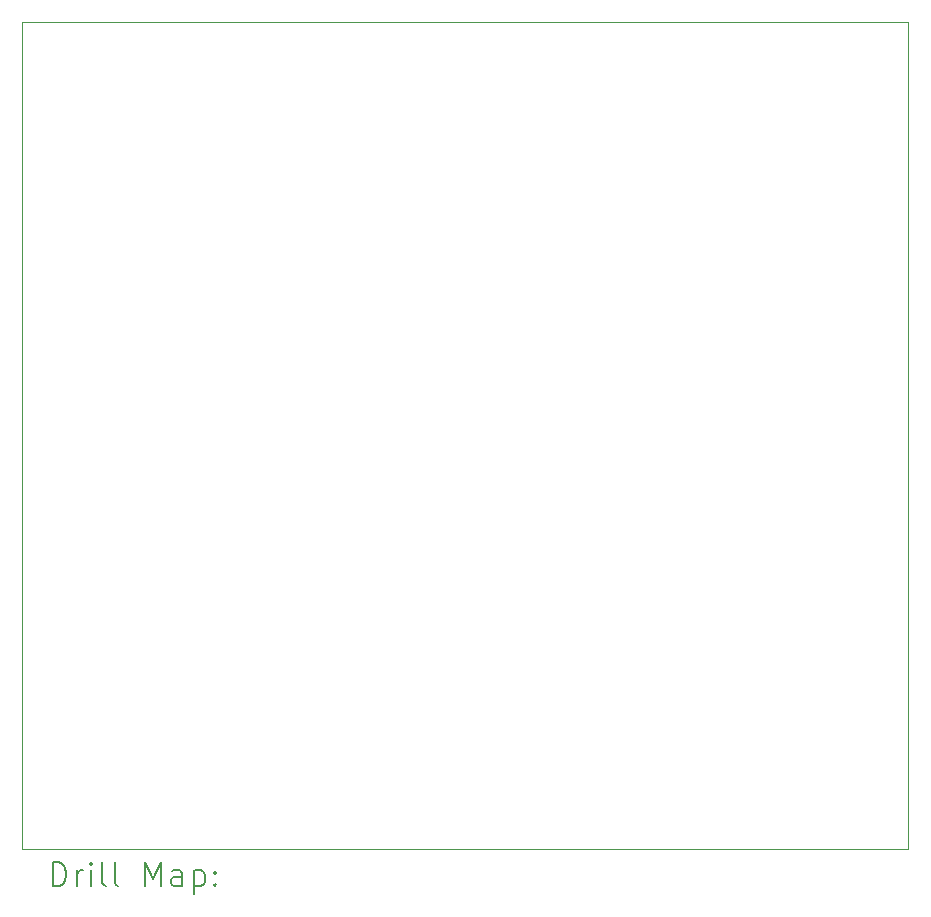
<source format=gbr>
%TF.GenerationSoftware,KiCad,Pcbnew,8.0.8*%
%TF.CreationDate,2025-06-20T17:39:13+09:00*%
%TF.ProjectId,4thfloor_pole,34746866-6c6f-46f7-925f-706f6c652e6b,rev?*%
%TF.SameCoordinates,Original*%
%TF.FileFunction,Drillmap*%
%TF.FilePolarity,Positive*%
%FSLAX45Y45*%
G04 Gerber Fmt 4.5, Leading zero omitted, Abs format (unit mm)*
G04 Created by KiCad (PCBNEW 8.0.8) date 2025-06-20 17:39:13*
%MOMM*%
%LPD*%
G01*
G04 APERTURE LIST*
%ADD10C,0.050000*%
%ADD11C,0.200000*%
G04 APERTURE END LIST*
D10*
X18900000Y-5500000D02*
X26400000Y-5500000D01*
X26400000Y-12500000D01*
X18900000Y-12500000D01*
X18900000Y-5500000D01*
D11*
X19158277Y-12813984D02*
X19158277Y-12613984D01*
X19158277Y-12613984D02*
X19205896Y-12613984D01*
X19205896Y-12613984D02*
X19234467Y-12623508D01*
X19234467Y-12623508D02*
X19253515Y-12642555D01*
X19253515Y-12642555D02*
X19263039Y-12661603D01*
X19263039Y-12661603D02*
X19272563Y-12699698D01*
X19272563Y-12699698D02*
X19272563Y-12728269D01*
X19272563Y-12728269D02*
X19263039Y-12766365D01*
X19263039Y-12766365D02*
X19253515Y-12785412D01*
X19253515Y-12785412D02*
X19234467Y-12804460D01*
X19234467Y-12804460D02*
X19205896Y-12813984D01*
X19205896Y-12813984D02*
X19158277Y-12813984D01*
X19358277Y-12813984D02*
X19358277Y-12680650D01*
X19358277Y-12718746D02*
X19367801Y-12699698D01*
X19367801Y-12699698D02*
X19377324Y-12690174D01*
X19377324Y-12690174D02*
X19396372Y-12680650D01*
X19396372Y-12680650D02*
X19415420Y-12680650D01*
X19482086Y-12813984D02*
X19482086Y-12680650D01*
X19482086Y-12613984D02*
X19472563Y-12623508D01*
X19472563Y-12623508D02*
X19482086Y-12633031D01*
X19482086Y-12633031D02*
X19491610Y-12623508D01*
X19491610Y-12623508D02*
X19482086Y-12613984D01*
X19482086Y-12613984D02*
X19482086Y-12633031D01*
X19605896Y-12813984D02*
X19586848Y-12804460D01*
X19586848Y-12804460D02*
X19577324Y-12785412D01*
X19577324Y-12785412D02*
X19577324Y-12613984D01*
X19710658Y-12813984D02*
X19691610Y-12804460D01*
X19691610Y-12804460D02*
X19682086Y-12785412D01*
X19682086Y-12785412D02*
X19682086Y-12613984D01*
X19939229Y-12813984D02*
X19939229Y-12613984D01*
X19939229Y-12613984D02*
X20005896Y-12756841D01*
X20005896Y-12756841D02*
X20072563Y-12613984D01*
X20072563Y-12613984D02*
X20072563Y-12813984D01*
X20253515Y-12813984D02*
X20253515Y-12709222D01*
X20253515Y-12709222D02*
X20243991Y-12690174D01*
X20243991Y-12690174D02*
X20224944Y-12680650D01*
X20224944Y-12680650D02*
X20186848Y-12680650D01*
X20186848Y-12680650D02*
X20167801Y-12690174D01*
X20253515Y-12804460D02*
X20234467Y-12813984D01*
X20234467Y-12813984D02*
X20186848Y-12813984D01*
X20186848Y-12813984D02*
X20167801Y-12804460D01*
X20167801Y-12804460D02*
X20158277Y-12785412D01*
X20158277Y-12785412D02*
X20158277Y-12766365D01*
X20158277Y-12766365D02*
X20167801Y-12747317D01*
X20167801Y-12747317D02*
X20186848Y-12737793D01*
X20186848Y-12737793D02*
X20234467Y-12737793D01*
X20234467Y-12737793D02*
X20253515Y-12728269D01*
X20348753Y-12680650D02*
X20348753Y-12880650D01*
X20348753Y-12690174D02*
X20367801Y-12680650D01*
X20367801Y-12680650D02*
X20405896Y-12680650D01*
X20405896Y-12680650D02*
X20424944Y-12690174D01*
X20424944Y-12690174D02*
X20434467Y-12699698D01*
X20434467Y-12699698D02*
X20443991Y-12718746D01*
X20443991Y-12718746D02*
X20443991Y-12775888D01*
X20443991Y-12775888D02*
X20434467Y-12794936D01*
X20434467Y-12794936D02*
X20424944Y-12804460D01*
X20424944Y-12804460D02*
X20405896Y-12813984D01*
X20405896Y-12813984D02*
X20367801Y-12813984D01*
X20367801Y-12813984D02*
X20348753Y-12804460D01*
X20529705Y-12794936D02*
X20539229Y-12804460D01*
X20539229Y-12804460D02*
X20529705Y-12813984D01*
X20529705Y-12813984D02*
X20520182Y-12804460D01*
X20520182Y-12804460D02*
X20529705Y-12794936D01*
X20529705Y-12794936D02*
X20529705Y-12813984D01*
X20529705Y-12690174D02*
X20539229Y-12699698D01*
X20539229Y-12699698D02*
X20529705Y-12709222D01*
X20529705Y-12709222D02*
X20520182Y-12699698D01*
X20520182Y-12699698D02*
X20529705Y-12690174D01*
X20529705Y-12690174D02*
X20529705Y-12709222D01*
M02*

</source>
